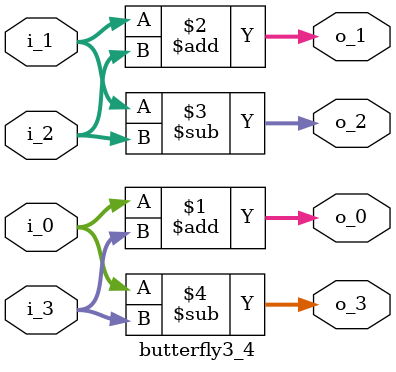
<source format=v>
module butterfly3_4(
                      
                i_0,
                i_1,
                i_2,
                i_3,
                
                o_0,
                o_1,
                o_2,
                o_3
);

// ****************************************************************
//
//	INPUT / OUTPUT DECLARATION
//
// ****************************************************************                

input     signed  [27:0] i_0;
input     signed  [27:0] i_1;
input     signed  [27:0] i_2;
input     signed  [27:0] i_3;

output    signed  [27:0] o_0;
output    signed  [27:0] o_1;
output    signed  [27:0] o_2;
output    signed  [27:0] o_3;

// ********************************************
//                                             
//    Combinational Logic                      
//                                             
// ********************************************

assign  o_0=i_0+i_3;
assign  o_1=i_1+i_2;
assign  o_2=i_1-i_2;               
assign  o_3=i_0-i_3;

endmodule
</source>
